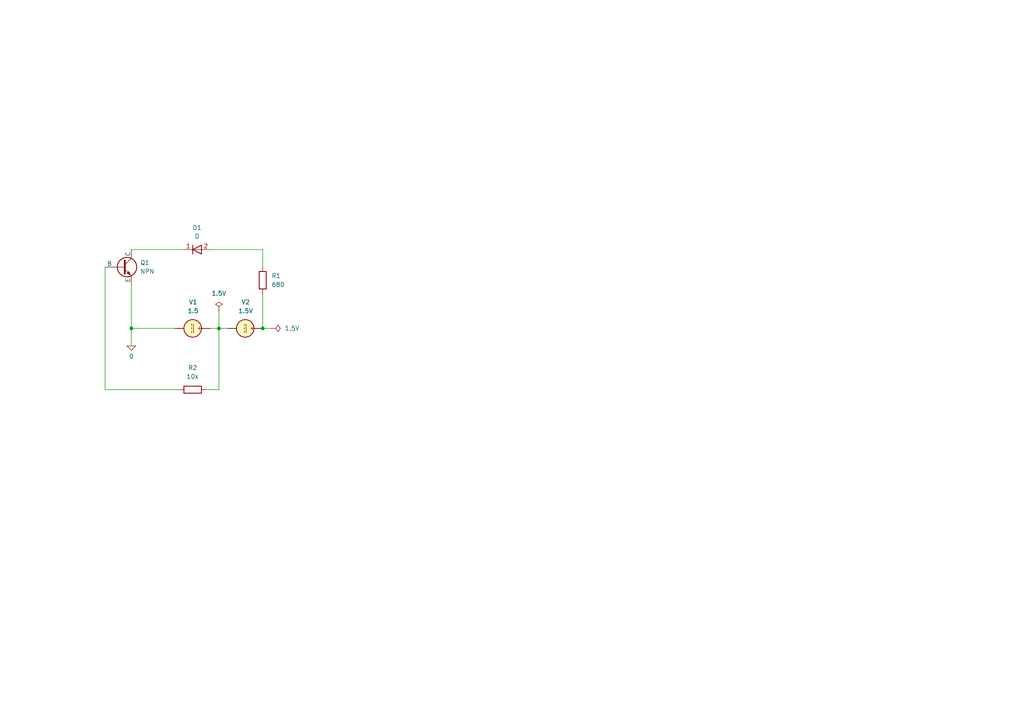
<source format=kicad_sch>
(kicad_sch (version 20250114) (generator "eeschema") (generator_version "9.0")
  (paper "A4")
  (lib_symbols
    (symbol "Device:R" (pin_numbers (hide yes)) (pin_names (offset 0))
      (property "Reference" "R" (at 2.032 0 90))
      (property "Value" "R" (at 0 0 90))
      (symbol "R_0_1"
        (rectangle (start -1.016 -2.54) (end 1.016 2.54) (stroke (width 0.254)))
      )
      (symbol "R_1_1"
        (pin passive line (at 0 3.81 270) (length 1.27) (name "~") (number "1"))
        (pin passive line (at 0 -3.81 90) (length 1.27) (name "~") (number "2"))
      )
    )
    (symbol "Simulation_SPICE:0" (power) (pin_numbers (hide yes)) (pin_names (offset 0) (hide yes))
      (property "Value" "0" (at 0 -2.54 0))
      (symbol "0_0_1"
        (polyline (pts (xy -1.27 0) (xy 0 -1.27) (xy 1.27 0) (xy -1.27 0)))
      )
      (symbol "0_1_1"
        (pin power_in line (at 0 0 0) (length 0) (name "~") (number "1"))
      )
    )
    (symbol "Simulation_SPICE:D" (pin_names (offset 1.016) (hide yes))
      (property "Reference" "D" (at 0 2.54 0))
      (property "Value" "D" (at 0 -2.54 0))
      (symbol "D_0_1"
        (polyline (pts (xy -1.27 1.27) (xy -1.27 -1.27)) (stroke (width 0.254)))
        (polyline (pts (xy 1.27 1.27) (xy 1.27 -1.27) (xy -1.27 0) (xy 1.27 1.27)) (stroke (width 0.254)))
        (polyline (pts (xy 1.27 0) (xy -1.27 0)))
      )
      (symbol "D_1_1"
        (pin passive line (at -3.81 0 0) (length 2.54) (name "K") (number "1"))
        (pin passive line (at 3.81 0 180) (length 2.54) (name "A") (number "2"))
      )
    )
    (symbol "Simulation_SPICE:NPN" (pin_numbers (hide yes)) (pin_names (offset 0))
      (property "Reference" "Q" (at -2.54 7.62 0))
      (property "Value" "NPN" (at -2.54 5.08 0))
      (symbol "NPN_0_1"
        (polyline (pts (xy -2.54 0) (xy 0.635 0)) (stroke (width 0.1524)))
        (polyline (pts (xy 0.635 1.905) (xy 0.635 -1.905) (xy 0.635 -1.905)) (stroke (width 0.508)))
        (polyline (pts (xy 0.635 0.635) (xy 2.54 2.54)))
        (polyline (pts (xy 0.635 -0.635) (xy 2.54 -2.54) (xy 2.54 -2.54)))
        (circle (center 1.27 0) (radius 2.8194) (stroke (width 0.254)))
        (polyline (pts (xy 1.27 -1.778) (xy 1.778 -1.27) (xy 2.286 -2.286) (xy 1.27 -1.778) (xy 1.27 -1.778)) (fill (type outline)))
        (polyline (pts (xy 2.794 -1.27) (xy 2.794 -1.27)) (stroke (width 0.1524)))
        (polyline (pts (xy 2.794 -1.27) (xy 2.794 -1.27)) (stroke (width 0.1524)))
      )
      (symbol "NPN_1_1"
        (pin input line (at -5.08 0 0) (length 2.54) (name "B") (number "2"))
        (pin open_collector line (at 2.54 5.08 270) (length 2.54) (name "C") (number "1"))
        (pin open_emitter line (at 2.54 -5.08 90) (length 2.54) (name "E") (number "3"))
      )
    )
    (symbol "Simulation_SPICE:VDC" (pin_numbers (hide yes)) (pin_names (offset 0.0254))
      (property "Reference" "V" (at 2.54 2.54 0))
      (property "Value" "1" (at 2.54 0 0))
      (symbol "VDC_0_0"
        (polyline (pts (xy -1.27 0.254) (xy 1.27 0.254)))
        (polyline (pts (xy -0.762 -0.254) (xy -1.27 -0.254)))
        (polyline (pts (xy 0.254 -0.254) (xy -0.254 -0.254)))
        (polyline (pts (xy 1.27 -0.254) (xy 0.762 -0.254)))
        (text "+" (at 0 1.905 0) (effects (font (size 1.27 1.27))))
      )
      (symbol "VDC_0_1"
        (circle (center 0 0) (radius 2.54) (stroke (width 0.254)) (fill (type background)))
      )
      (symbol "VDC_1_1"
        (pin passive line (at 0 5.08 270) (length 2.54) (name "~") (number "1"))
        (pin passive line (at 0 -5.08 90) (length 2.54) (name "~") (number "2"))
      )
    )
    (symbol "power:PWR_FLAG" (power) (pin_numbers (hide yes)) (pin_names (offset 0) (hide yes))
      (property "Value" "PWR_FLAG" (at 0 3.81 0))
      (symbol "PWR_FLAG_0_0"
        (pin power_out line (at 0 0 90) (length 0) (name "~") (number "1"))
      )
      (symbol "PWR_FLAG_0_1"
        (polyline (pts (xy 0 0) (xy 0 1.27) (xy -1.016 1.905) (xy 0 2.54) (xy 1.016 1.905) (xy 0 1.27)))
      )
    )
  )
  (junction (at 63.5 95.25))
  (junction (at 38.1 95.25))
  (junction (at 76.2 95.25))
  (wire (pts (xy 38.1 82.55) (xy 38.1 95.25)))
  (wire (pts (xy 76.2 85.09) (xy 76.2 95.25)))
  (wire (pts (xy 38.1 95.25) (xy 50.8 95.25)))
  (wire (pts (xy 38.1 72.39) (xy 53.34 72.39)))
  (wire (pts (xy 60.96 72.39) (xy 76.2 72.39)))
  (wire (pts (xy 76.2 95.25) (xy 78.74 95.25)))
  (wire (pts (xy 60.96 95.25) (xy 63.5 95.25)))
  (wire (pts (xy 63.5 95.25) (xy 66.04 95.25)))
  (wire (pts (xy 63.5 95.25) (xy 63.5 113.03)))
  (wire (pts (xy 52.07 113.03) (xy 30.48 113.03)))
  (wire (pts (xy 30.48 77.47) (xy 30.48 113.03)))
  (wire (pts (xy 63.5 90.17) (xy 63.5 95.25)))
  (wire (pts (xy 38.1 95.25) (xy 38.1 100.33)))
  (wire (pts (xy 76.2 72.39) (xy 76.2 77.47)))
  (wire (pts (xy 59.69 113.03) (xy 63.5 113.03)))
  (symbol (lib_id "Simulation_SPICE:NPN") (at 35.56 77.47 0) (unit 1)
    (property "Reference" "Q1" (at 40.64 76.1999 0) (effects (justify left)))
    (property "Value" "NPN" (at 40.64 78.7399 0) (effects (justify left)))
    (property "Datasheet" "https://ngspice.sourceforge.io/docs/ngspice-html-manual/manual.xhtml#cha_BJTs" (effects (hide yes)))
    (property "Description" "Bipolar transistor symbol for simulation only, substrate tied to the emitter" (effects (hide yes)))
    (property "Sim.Device" "NPN" (effects (hide yes)))
    (property "Sim.Type" "GUMMELPOON" (effects (hide yes)))
    (property "Sim.Pins" "1=C 2=B 3=E" (effects (hide yes)))
  )
  (symbol (lib_id "Simulation_SPICE:0") (at 38.1 100.33 0) (unit 1)
    (property "Reference" "#GND01" (effects (hide yes)))
    (property "Value" "0" (at 38.1 103.378 0))
    (property "Datasheet" "https://ngspice.sourceforge.io/docs/ngspice-html-manual/manual.xhtml#subsec_Circuit_elements__device" (effects (hide yes)))
    (property "Description" "0V reference potential for simulation" (effects (hide yes)))
  )
  (symbol (lib_id "power:PWR_FLAG") (at 78.74 95.25 270) (unit 1)
    (property "Reference" "#FLG02" (effects (hide yes)))
    (property "Value" "1.5V" (at 82.55 95.2499 90) (effects (justify left)))
    (property "Description" "Special symbol for telling ERC where power comes from" (effects (hide yes)))
  )
  (symbol (lib_id "Simulation_SPICE:VDC") (at 71.12 95.25 270) (unit 1)
    (property "Reference" "V2" (at 71.2498 87.63 90))
    (property "Value" "1.5V" (at 71.2498 90.17 90))
    (property "Datasheet" "https://ngspice.sourceforge.io/docs/ngspice-html-manual/manual.xhtml#sec_Independent_Sources_for" (effects (hide yes)))
    (property "Description" "Voltage source, DC" (effects (hide yes)))
    (property "Sim.Pins" "1=+ 2=-" (effects (hide yes)))
    (property "Sim.Type" "DC" (effects (hide yes)))
    (property "Sim.Device" "V" (effects (hide yes)))
  )
  (symbol (lib_id "power:PWR_FLAG") (at 63.5 90.17 0) (unit 1)
    (property "Reference" "#FLG01" (effects (hide yes)))
    (property "Value" "1.5V" (at 63.5 85.09 0))
    (property "Description" "Special symbol for telling ERC where power comes from" (effects (hide yes)))
  )
  (symbol (lib_id "Device:R") (at 55.88 113.03 90) (unit 1)
    (property "Reference" "R2" (at 55.88 106.68 90))
    (property "Value" "10k" (at 55.88 109.22 90))
    (property "Description" "Resistor" (effects (hide yes)))
  )
  (symbol (lib_id "Simulation_SPICE:D") (at 57.15 72.39 0) (unit 1)
    (property "Reference" "D1" (at 57.15 66.04 0))
    (property "Value" "D" (at 57.15 68.58 0))
    (property "Datasheet" "https://ngspice.sourceforge.io/docs/ngspice-html-manual/manual.xhtml#cha_DIODEs" (effects (hide yes)))
    (property "Description" "Diode for simulation or PCB" (effects (hide yes)))
    (property "Sim.Library" "/home/jj5/desktop/kicad/KiCad-Spice-Library/Models/Diode/led.lib" (effects (hide yes)))
    (property "Sim.Device" "D" (effects (hide yes)))
    (property "Sim.Pins" "1=K 2=A" (effects (hide yes)))
    (property "Sim.Name" "LED_GENERAL" (effects (hide yes)))
  )
  (symbol (lib_id "Device:R") (at 76.2 81.28 0) (unit 1)
    (property "Reference" "R1" (at 78.74 80.0099 0) (effects (justify left)))
    (property "Value" "680" (at 78.74 82.5499 0) (effects (justify left)))
    (property "Description" "Resistor" (effects (hide yes)))
  )
  (symbol (lib_id "Simulation_SPICE:VDC") (at 55.88 95.25 270) (unit 1)
    (property "Reference" "V1" (at 56.0098 87.63 90))
    (property "Value" "1.5" (at 56.0098 90.17 90))
    (property "Datasheet" "https://ngspice.sourceforge.io/docs/ngspice-html-manual/manual.xhtml#sec_Independent_Sources_for" (effects (hide yes)))
    (property "Description" "Voltage source, DC" (effects (hide yes)))
    (property "Sim.Pins" "1=+ 2=-" (effects (hide yes)))
    (property "Sim.Type" "DC" (effects (hide yes)))
    (property "Sim.Device" "V" (effects (hide yes)))
  )
)
</source>
